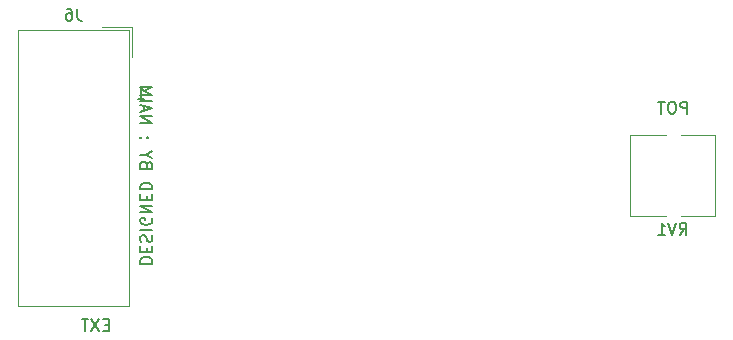
<source format=gbr>
G04 #@! TF.GenerationSoftware,KiCad,Pcbnew,(5.0.1)-rc2*
G04 #@! TF.CreationDate,2020-08-26T14:00:55+08:00*
G04 #@! TF.ProjectId,Peristaltic Pump PCB,506572697374616C7469632050756D70,rev?*
G04 #@! TF.SameCoordinates,PX2ebae40PY9d5b340*
G04 #@! TF.FileFunction,Legend,Bot*
G04 #@! TF.FilePolarity,Positive*
%FSLAX46Y46*%
G04 Gerber Fmt 4.6, Leading zero omitted, Abs format (unit mm)*
G04 Created by KiCad (PCBNEW (5.0.1)-rc2) date 08/26/20 14:00:55*
%MOMM*%
%LPD*%
G01*
G04 APERTURE LIST*
%ADD10C,0.150000*%
%ADD11C,0.120000*%
G04 APERTURE END LIST*
D10*
X8856428Y67346429D02*
X8523095Y67346429D01*
X8380238Y66822620D02*
X8856428Y66822620D01*
X8856428Y67822620D01*
X8380238Y67822620D01*
X8046904Y67822620D02*
X7380238Y66822620D01*
X7380238Y67822620D02*
X8046904Y66822620D01*
X7142142Y67822620D02*
X6570714Y67822620D01*
X6856428Y66822620D02*
X6856428Y67822620D01*
X11547619Y72523810D02*
X12547619Y72523810D01*
X12547619Y72761905D01*
X12500000Y72904762D01*
X12404761Y73000000D01*
X12309523Y73047620D01*
X12119047Y73095239D01*
X11976190Y73095239D01*
X11785714Y73047620D01*
X11690476Y73000000D01*
X11595238Y72904762D01*
X11547619Y72761905D01*
X11547619Y72523810D01*
X12071428Y73523810D02*
X12071428Y73857143D01*
X11547619Y74000000D02*
X11547619Y73523810D01*
X12547619Y73523810D01*
X12547619Y74000000D01*
X11595238Y74380953D02*
X11547619Y74523810D01*
X11547619Y74761905D01*
X11595238Y74857143D01*
X11642857Y74904762D01*
X11738095Y74952381D01*
X11833333Y74952381D01*
X11928571Y74904762D01*
X11976190Y74857143D01*
X12023809Y74761905D01*
X12071428Y74571429D01*
X12119047Y74476191D01*
X12166666Y74428572D01*
X12261904Y74380953D01*
X12357142Y74380953D01*
X12452380Y74428572D01*
X12500000Y74476191D01*
X12547619Y74571429D01*
X12547619Y74809524D01*
X12500000Y74952381D01*
X11547619Y75380953D02*
X12547619Y75380953D01*
X12500000Y76380953D02*
X12547619Y76285715D01*
X12547619Y76142858D01*
X12500000Y76000000D01*
X12404761Y75904762D01*
X12309523Y75857143D01*
X12119047Y75809524D01*
X11976190Y75809524D01*
X11785714Y75857143D01*
X11690476Y75904762D01*
X11595238Y76000000D01*
X11547619Y76142858D01*
X11547619Y76238096D01*
X11595238Y76380953D01*
X11642857Y76428572D01*
X11976190Y76428572D01*
X11976190Y76238096D01*
X11547619Y76857143D02*
X12547619Y76857143D01*
X11547619Y77428572D01*
X12547619Y77428572D01*
X12071428Y77904762D02*
X12071428Y78238096D01*
X11547619Y78380953D02*
X11547619Y77904762D01*
X12547619Y77904762D01*
X12547619Y78380953D01*
X11547619Y78809524D02*
X12547619Y78809524D01*
X12547619Y79047620D01*
X12500000Y79190477D01*
X12404761Y79285715D01*
X12309523Y79333334D01*
X12119047Y79380953D01*
X11976190Y79380953D01*
X11785714Y79333334D01*
X11690476Y79285715D01*
X11595238Y79190477D01*
X11547619Y79047620D01*
X11547619Y78809524D01*
X12071428Y80904762D02*
X12023809Y81047620D01*
X11976190Y81095239D01*
X11880952Y81142858D01*
X11738095Y81142858D01*
X11642857Y81095239D01*
X11595238Y81047620D01*
X11547619Y80952381D01*
X11547619Y80571429D01*
X12547619Y80571429D01*
X12547619Y80904762D01*
X12500000Y81000000D01*
X12452380Y81047620D01*
X12357142Y81095239D01*
X12261904Y81095239D01*
X12166666Y81047620D01*
X12119047Y81000000D01*
X12071428Y80904762D01*
X12071428Y80571429D01*
X12023809Y81761905D02*
X11547619Y81761905D01*
X12547619Y81428572D02*
X12023809Y81761905D01*
X12547619Y82095239D01*
X11642857Y83190477D02*
X11595238Y83238096D01*
X11547619Y83190477D01*
X11595238Y83142858D01*
X11642857Y83190477D01*
X11547619Y83190477D01*
X12166666Y83190477D02*
X12119047Y83238096D01*
X12071428Y83190477D01*
X12119047Y83142858D01*
X12166666Y83190477D01*
X12071428Y83190477D01*
X11547619Y84428572D02*
X12547619Y84428572D01*
X11547619Y85000000D01*
X12547619Y85000000D01*
X11833333Y85428572D02*
X11833333Y85904762D01*
X11547619Y85333334D02*
X12547619Y85666667D01*
X11547619Y86000000D01*
X11547619Y86333334D02*
X12547619Y86333334D01*
X11547619Y86809524D02*
X12547619Y86809524D01*
X11833333Y87142858D01*
X12547619Y87476191D01*
X11547619Y87476191D01*
X57846666Y85237620D02*
X57846666Y86237620D01*
X57465714Y86237620D01*
X57370476Y86190000D01*
X57322857Y86142381D01*
X57275238Y86047143D01*
X57275238Y85904286D01*
X57322857Y85809048D01*
X57370476Y85761429D01*
X57465714Y85713810D01*
X57846666Y85713810D01*
X56656190Y86237620D02*
X56465714Y86237620D01*
X56370476Y86190000D01*
X56275238Y86094762D01*
X56227619Y85904286D01*
X56227619Y85570953D01*
X56275238Y85380477D01*
X56370476Y85285239D01*
X56465714Y85237620D01*
X56656190Y85237620D01*
X56751428Y85285239D01*
X56846666Y85380477D01*
X56894285Y85570953D01*
X56894285Y85904286D01*
X56846666Y86094762D01*
X56751428Y86190000D01*
X56656190Y86237620D01*
X55941904Y86237620D02*
X55370476Y86237620D01*
X55656190Y85237620D02*
X55656190Y86237620D01*
X11309285Y86507620D02*
X11880714Y86507620D01*
X11595000Y86507620D02*
X11595000Y87507620D01*
X11690238Y87364762D01*
X11785476Y87269524D01*
X11880714Y87221905D01*
D11*
G04 #@! TO.C,J6*
X1205000Y92310000D02*
X1205000Y68910000D01*
X1205000Y68910000D02*
X10555000Y68910000D01*
X10555000Y68910000D02*
X10555000Y92310000D01*
X10555000Y92310000D02*
X1205000Y92310000D01*
X10805000Y92560000D02*
X10805000Y90020000D01*
X10805000Y92560000D02*
X8265000Y92560000D01*
G04 #@! TO.C,RV1*
X53000000Y76555000D02*
X56030000Y76555000D01*
X57330000Y76555000D02*
X60240000Y76555000D01*
X53000000Y83395000D02*
X56030000Y83395000D01*
X57330000Y83395000D02*
X60240000Y83395000D01*
X53000000Y76555000D02*
X53000000Y83395000D01*
X60240000Y76555000D02*
X60240000Y83395000D01*
G04 #@! TO.C,J6*
D10*
X6213333Y94111620D02*
X6213333Y93397334D01*
X6260952Y93254477D01*
X6356190Y93159239D01*
X6499047Y93111620D01*
X6594285Y93111620D01*
X5308571Y94111620D02*
X5499047Y94111620D01*
X5594285Y94064000D01*
X5641904Y94016381D01*
X5737142Y93873524D01*
X5784761Y93683048D01*
X5784761Y93302096D01*
X5737142Y93206858D01*
X5689523Y93159239D01*
X5594285Y93111620D01*
X5403809Y93111620D01*
X5308571Y93159239D01*
X5260952Y93206858D01*
X5213333Y93302096D01*
X5213333Y93540191D01*
X5260952Y93635429D01*
X5308571Y93683048D01*
X5403809Y93730667D01*
X5594285Y93730667D01*
X5689523Y93683048D01*
X5737142Y93635429D01*
X5784761Y93540191D01*
G04 #@! TO.C,RV1*
X57215238Y74972620D02*
X57548571Y75448810D01*
X57786666Y74972620D02*
X57786666Y75972620D01*
X57405714Y75972620D01*
X57310476Y75925000D01*
X57262857Y75877381D01*
X57215238Y75782143D01*
X57215238Y75639286D01*
X57262857Y75544048D01*
X57310476Y75496429D01*
X57405714Y75448810D01*
X57786666Y75448810D01*
X56929523Y75972620D02*
X56596190Y74972620D01*
X56262857Y75972620D01*
X55405714Y74972620D02*
X55977142Y74972620D01*
X55691428Y74972620D02*
X55691428Y75972620D01*
X55786666Y75829762D01*
X55881904Y75734524D01*
X55977142Y75686905D01*
G04 #@! TD*
M02*

</source>
